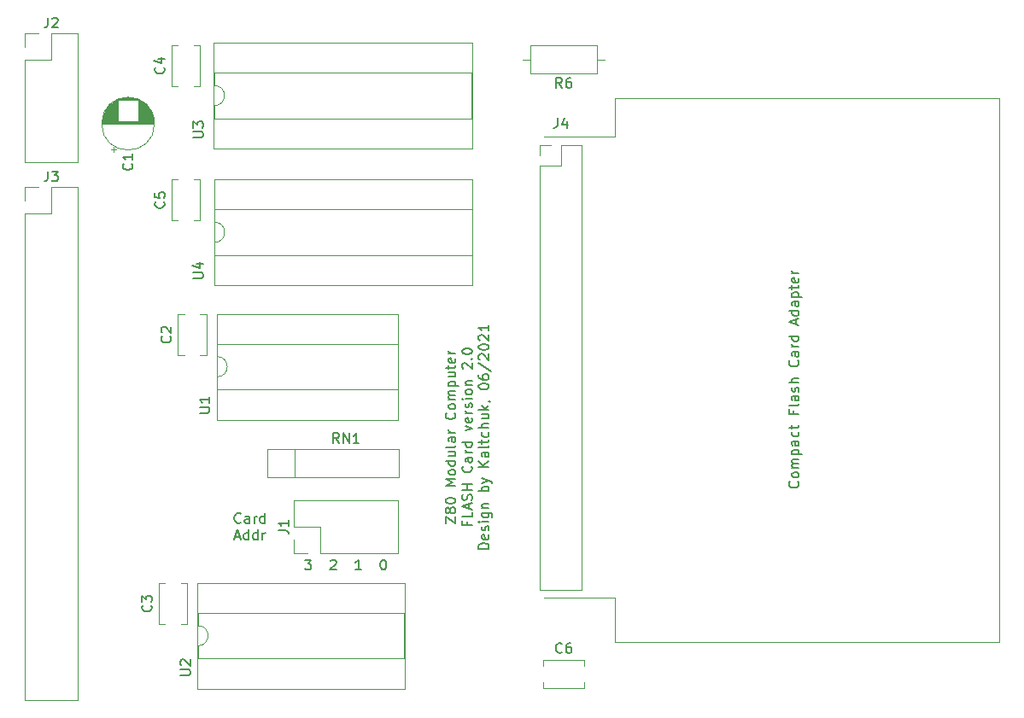
<source format=gbr>
G04 #@! TF.GenerationSoftware,KiCad,Pcbnew,(5.1.4)-1*
G04 #@! TF.CreationDate,2021-06-28T11:39:02+03:00*
G04 #@! TF.ProjectId,FLASHv2,464c4153-4876-4322-9e6b-696361645f70,rev?*
G04 #@! TF.SameCoordinates,Original*
G04 #@! TF.FileFunction,Legend,Top*
G04 #@! TF.FilePolarity,Positive*
%FSLAX46Y46*%
G04 Gerber Fmt 4.6, Leading zero omitted, Abs format (unit mm)*
G04 Created by KiCad (PCBNEW (5.1.4)-1) date 2021-06-28 11:39:02*
%MOMM*%
%LPD*%
G04 APERTURE LIST*
%ADD10C,0.150000*%
%ADD11C,0.120000*%
G04 APERTURE END LIST*
D10*
X146392380Y-115862619D02*
X146392380Y-115195952D01*
X147392380Y-115862619D01*
X147392380Y-115195952D01*
X146820952Y-114672142D02*
X146773333Y-114767380D01*
X146725714Y-114815000D01*
X146630476Y-114862619D01*
X146582857Y-114862619D01*
X146487619Y-114815000D01*
X146440000Y-114767380D01*
X146392380Y-114672142D01*
X146392380Y-114481666D01*
X146440000Y-114386428D01*
X146487619Y-114338809D01*
X146582857Y-114291190D01*
X146630476Y-114291190D01*
X146725714Y-114338809D01*
X146773333Y-114386428D01*
X146820952Y-114481666D01*
X146820952Y-114672142D01*
X146868571Y-114767380D01*
X146916190Y-114815000D01*
X147011428Y-114862619D01*
X147201904Y-114862619D01*
X147297142Y-114815000D01*
X147344761Y-114767380D01*
X147392380Y-114672142D01*
X147392380Y-114481666D01*
X147344761Y-114386428D01*
X147297142Y-114338809D01*
X147201904Y-114291190D01*
X147011428Y-114291190D01*
X146916190Y-114338809D01*
X146868571Y-114386428D01*
X146820952Y-114481666D01*
X146392380Y-113672142D02*
X146392380Y-113576904D01*
X146440000Y-113481666D01*
X146487619Y-113434047D01*
X146582857Y-113386428D01*
X146773333Y-113338809D01*
X147011428Y-113338809D01*
X147201904Y-113386428D01*
X147297142Y-113434047D01*
X147344761Y-113481666D01*
X147392380Y-113576904D01*
X147392380Y-113672142D01*
X147344761Y-113767380D01*
X147297142Y-113815000D01*
X147201904Y-113862619D01*
X147011428Y-113910238D01*
X146773333Y-113910238D01*
X146582857Y-113862619D01*
X146487619Y-113815000D01*
X146440000Y-113767380D01*
X146392380Y-113672142D01*
X147392380Y-112148333D02*
X146392380Y-112148333D01*
X147106666Y-111815000D01*
X146392380Y-111481666D01*
X147392380Y-111481666D01*
X147392380Y-110862619D02*
X147344761Y-110957857D01*
X147297142Y-111005476D01*
X147201904Y-111053095D01*
X146916190Y-111053095D01*
X146820952Y-111005476D01*
X146773333Y-110957857D01*
X146725714Y-110862619D01*
X146725714Y-110719761D01*
X146773333Y-110624523D01*
X146820952Y-110576904D01*
X146916190Y-110529285D01*
X147201904Y-110529285D01*
X147297142Y-110576904D01*
X147344761Y-110624523D01*
X147392380Y-110719761D01*
X147392380Y-110862619D01*
X147392380Y-109672142D02*
X146392380Y-109672142D01*
X147344761Y-109672142D02*
X147392380Y-109767380D01*
X147392380Y-109957857D01*
X147344761Y-110053095D01*
X147297142Y-110100714D01*
X147201904Y-110148333D01*
X146916190Y-110148333D01*
X146820952Y-110100714D01*
X146773333Y-110053095D01*
X146725714Y-109957857D01*
X146725714Y-109767380D01*
X146773333Y-109672142D01*
X146725714Y-108767380D02*
X147392380Y-108767380D01*
X146725714Y-109195952D02*
X147249523Y-109195952D01*
X147344761Y-109148333D01*
X147392380Y-109053095D01*
X147392380Y-108910238D01*
X147344761Y-108815000D01*
X147297142Y-108767380D01*
X147392380Y-108148333D02*
X147344761Y-108243571D01*
X147249523Y-108291190D01*
X146392380Y-108291190D01*
X147392380Y-107338809D02*
X146868571Y-107338809D01*
X146773333Y-107386428D01*
X146725714Y-107481666D01*
X146725714Y-107672142D01*
X146773333Y-107767380D01*
X147344761Y-107338809D02*
X147392380Y-107434047D01*
X147392380Y-107672142D01*
X147344761Y-107767380D01*
X147249523Y-107815000D01*
X147154285Y-107815000D01*
X147059047Y-107767380D01*
X147011428Y-107672142D01*
X147011428Y-107434047D01*
X146963809Y-107338809D01*
X147392380Y-106862619D02*
X146725714Y-106862619D01*
X146916190Y-106862619D02*
X146820952Y-106815000D01*
X146773333Y-106767380D01*
X146725714Y-106672142D01*
X146725714Y-106576904D01*
X147297142Y-104910238D02*
X147344761Y-104957857D01*
X147392380Y-105100714D01*
X147392380Y-105195952D01*
X147344761Y-105338809D01*
X147249523Y-105434047D01*
X147154285Y-105481666D01*
X146963809Y-105529285D01*
X146820952Y-105529285D01*
X146630476Y-105481666D01*
X146535238Y-105434047D01*
X146440000Y-105338809D01*
X146392380Y-105195952D01*
X146392380Y-105100714D01*
X146440000Y-104957857D01*
X146487619Y-104910238D01*
X147392380Y-104338809D02*
X147344761Y-104434047D01*
X147297142Y-104481666D01*
X147201904Y-104529285D01*
X146916190Y-104529285D01*
X146820952Y-104481666D01*
X146773333Y-104434047D01*
X146725714Y-104338809D01*
X146725714Y-104195952D01*
X146773333Y-104100714D01*
X146820952Y-104053095D01*
X146916190Y-104005476D01*
X147201904Y-104005476D01*
X147297142Y-104053095D01*
X147344761Y-104100714D01*
X147392380Y-104195952D01*
X147392380Y-104338809D01*
X147392380Y-103576904D02*
X146725714Y-103576904D01*
X146820952Y-103576904D02*
X146773333Y-103529285D01*
X146725714Y-103434047D01*
X146725714Y-103291190D01*
X146773333Y-103195952D01*
X146868571Y-103148333D01*
X147392380Y-103148333D01*
X146868571Y-103148333D02*
X146773333Y-103100714D01*
X146725714Y-103005476D01*
X146725714Y-102862619D01*
X146773333Y-102767380D01*
X146868571Y-102719761D01*
X147392380Y-102719761D01*
X146725714Y-102243571D02*
X147725714Y-102243571D01*
X146773333Y-102243571D02*
X146725714Y-102148333D01*
X146725714Y-101957857D01*
X146773333Y-101862619D01*
X146820952Y-101815000D01*
X146916190Y-101767380D01*
X147201904Y-101767380D01*
X147297142Y-101815000D01*
X147344761Y-101862619D01*
X147392380Y-101957857D01*
X147392380Y-102148333D01*
X147344761Y-102243571D01*
X146725714Y-100910238D02*
X147392380Y-100910238D01*
X146725714Y-101338809D02*
X147249523Y-101338809D01*
X147344761Y-101291190D01*
X147392380Y-101195952D01*
X147392380Y-101053095D01*
X147344761Y-100957857D01*
X147297142Y-100910238D01*
X146725714Y-100576904D02*
X146725714Y-100195952D01*
X146392380Y-100434047D02*
X147249523Y-100434047D01*
X147344761Y-100386428D01*
X147392380Y-100291190D01*
X147392380Y-100195952D01*
X147344761Y-99481666D02*
X147392380Y-99576904D01*
X147392380Y-99767380D01*
X147344761Y-99862619D01*
X147249523Y-99910238D01*
X146868571Y-99910238D01*
X146773333Y-99862619D01*
X146725714Y-99767380D01*
X146725714Y-99576904D01*
X146773333Y-99481666D01*
X146868571Y-99434047D01*
X146963809Y-99434047D01*
X147059047Y-99910238D01*
X147392380Y-99005476D02*
X146725714Y-99005476D01*
X146916190Y-99005476D02*
X146820952Y-98957857D01*
X146773333Y-98910238D01*
X146725714Y-98815000D01*
X146725714Y-98719761D01*
X148518571Y-115719761D02*
X148518571Y-116053095D01*
X149042380Y-116053095D02*
X148042380Y-116053095D01*
X148042380Y-115576904D01*
X149042380Y-114719761D02*
X149042380Y-115195952D01*
X148042380Y-115195952D01*
X148756666Y-114434047D02*
X148756666Y-113957857D01*
X149042380Y-114529285D02*
X148042380Y-114195952D01*
X149042380Y-113862619D01*
X148994761Y-113576904D02*
X149042380Y-113434047D01*
X149042380Y-113195952D01*
X148994761Y-113100714D01*
X148947142Y-113053095D01*
X148851904Y-113005476D01*
X148756666Y-113005476D01*
X148661428Y-113053095D01*
X148613809Y-113100714D01*
X148566190Y-113195952D01*
X148518571Y-113386428D01*
X148470952Y-113481666D01*
X148423333Y-113529285D01*
X148328095Y-113576904D01*
X148232857Y-113576904D01*
X148137619Y-113529285D01*
X148090000Y-113481666D01*
X148042380Y-113386428D01*
X148042380Y-113148333D01*
X148090000Y-113005476D01*
X149042380Y-112576904D02*
X148042380Y-112576904D01*
X148518571Y-112576904D02*
X148518571Y-112005476D01*
X149042380Y-112005476D02*
X148042380Y-112005476D01*
X148947142Y-110195952D02*
X148994761Y-110243571D01*
X149042380Y-110386428D01*
X149042380Y-110481666D01*
X148994761Y-110624523D01*
X148899523Y-110719761D01*
X148804285Y-110767380D01*
X148613809Y-110815000D01*
X148470952Y-110815000D01*
X148280476Y-110767380D01*
X148185238Y-110719761D01*
X148090000Y-110624523D01*
X148042380Y-110481666D01*
X148042380Y-110386428D01*
X148090000Y-110243571D01*
X148137619Y-110195952D01*
X149042380Y-109338809D02*
X148518571Y-109338809D01*
X148423333Y-109386428D01*
X148375714Y-109481666D01*
X148375714Y-109672142D01*
X148423333Y-109767380D01*
X148994761Y-109338809D02*
X149042380Y-109434047D01*
X149042380Y-109672142D01*
X148994761Y-109767380D01*
X148899523Y-109815000D01*
X148804285Y-109815000D01*
X148709047Y-109767380D01*
X148661428Y-109672142D01*
X148661428Y-109434047D01*
X148613809Y-109338809D01*
X149042380Y-108862619D02*
X148375714Y-108862619D01*
X148566190Y-108862619D02*
X148470952Y-108815000D01*
X148423333Y-108767380D01*
X148375714Y-108672142D01*
X148375714Y-108576904D01*
X149042380Y-107815000D02*
X148042380Y-107815000D01*
X148994761Y-107815000D02*
X149042380Y-107910238D01*
X149042380Y-108100714D01*
X148994761Y-108195952D01*
X148947142Y-108243571D01*
X148851904Y-108291190D01*
X148566190Y-108291190D01*
X148470952Y-108243571D01*
X148423333Y-108195952D01*
X148375714Y-108100714D01*
X148375714Y-107910238D01*
X148423333Y-107815000D01*
X148375714Y-106672142D02*
X149042380Y-106434047D01*
X148375714Y-106195952D01*
X148994761Y-105434047D02*
X149042380Y-105529285D01*
X149042380Y-105719761D01*
X148994761Y-105815000D01*
X148899523Y-105862619D01*
X148518571Y-105862619D01*
X148423333Y-105815000D01*
X148375714Y-105719761D01*
X148375714Y-105529285D01*
X148423333Y-105434047D01*
X148518571Y-105386428D01*
X148613809Y-105386428D01*
X148709047Y-105862619D01*
X149042380Y-104957857D02*
X148375714Y-104957857D01*
X148566190Y-104957857D02*
X148470952Y-104910238D01*
X148423333Y-104862619D01*
X148375714Y-104767380D01*
X148375714Y-104672142D01*
X148994761Y-104386428D02*
X149042380Y-104291190D01*
X149042380Y-104100714D01*
X148994761Y-104005476D01*
X148899523Y-103957857D01*
X148851904Y-103957857D01*
X148756666Y-104005476D01*
X148709047Y-104100714D01*
X148709047Y-104243571D01*
X148661428Y-104338809D01*
X148566190Y-104386428D01*
X148518571Y-104386428D01*
X148423333Y-104338809D01*
X148375714Y-104243571D01*
X148375714Y-104100714D01*
X148423333Y-104005476D01*
X149042380Y-103529285D02*
X148375714Y-103529285D01*
X148042380Y-103529285D02*
X148090000Y-103576904D01*
X148137619Y-103529285D01*
X148090000Y-103481666D01*
X148042380Y-103529285D01*
X148137619Y-103529285D01*
X149042380Y-102910238D02*
X148994761Y-103005476D01*
X148947142Y-103053095D01*
X148851904Y-103100714D01*
X148566190Y-103100714D01*
X148470952Y-103053095D01*
X148423333Y-103005476D01*
X148375714Y-102910238D01*
X148375714Y-102767380D01*
X148423333Y-102672142D01*
X148470952Y-102624523D01*
X148566190Y-102576904D01*
X148851904Y-102576904D01*
X148947142Y-102624523D01*
X148994761Y-102672142D01*
X149042380Y-102767380D01*
X149042380Y-102910238D01*
X148375714Y-102148333D02*
X149042380Y-102148333D01*
X148470952Y-102148333D02*
X148423333Y-102100714D01*
X148375714Y-102005476D01*
X148375714Y-101862619D01*
X148423333Y-101767380D01*
X148518571Y-101719761D01*
X149042380Y-101719761D01*
X148137619Y-100529285D02*
X148090000Y-100481666D01*
X148042380Y-100386428D01*
X148042380Y-100148333D01*
X148090000Y-100053095D01*
X148137619Y-100005476D01*
X148232857Y-99957857D01*
X148328095Y-99957857D01*
X148470952Y-100005476D01*
X149042380Y-100576904D01*
X149042380Y-99957857D01*
X148947142Y-99529285D02*
X148994761Y-99481666D01*
X149042380Y-99529285D01*
X148994761Y-99576904D01*
X148947142Y-99529285D01*
X149042380Y-99529285D01*
X148042380Y-98862619D02*
X148042380Y-98767380D01*
X148090000Y-98672142D01*
X148137619Y-98624523D01*
X148232857Y-98576904D01*
X148423333Y-98529285D01*
X148661428Y-98529285D01*
X148851904Y-98576904D01*
X148947142Y-98624523D01*
X148994761Y-98672142D01*
X149042380Y-98767380D01*
X149042380Y-98862619D01*
X148994761Y-98957857D01*
X148947142Y-99005476D01*
X148851904Y-99053095D01*
X148661428Y-99100714D01*
X148423333Y-99100714D01*
X148232857Y-99053095D01*
X148137619Y-99005476D01*
X148090000Y-98957857D01*
X148042380Y-98862619D01*
X150692380Y-118386428D02*
X149692380Y-118386428D01*
X149692380Y-118148333D01*
X149740000Y-118005476D01*
X149835238Y-117910238D01*
X149930476Y-117862619D01*
X150120952Y-117815000D01*
X150263809Y-117815000D01*
X150454285Y-117862619D01*
X150549523Y-117910238D01*
X150644761Y-118005476D01*
X150692380Y-118148333D01*
X150692380Y-118386428D01*
X150644761Y-117005476D02*
X150692380Y-117100714D01*
X150692380Y-117291190D01*
X150644761Y-117386428D01*
X150549523Y-117434047D01*
X150168571Y-117434047D01*
X150073333Y-117386428D01*
X150025714Y-117291190D01*
X150025714Y-117100714D01*
X150073333Y-117005476D01*
X150168571Y-116957857D01*
X150263809Y-116957857D01*
X150359047Y-117434047D01*
X150644761Y-116576904D02*
X150692380Y-116481666D01*
X150692380Y-116291190D01*
X150644761Y-116195952D01*
X150549523Y-116148333D01*
X150501904Y-116148333D01*
X150406666Y-116195952D01*
X150359047Y-116291190D01*
X150359047Y-116434047D01*
X150311428Y-116529285D01*
X150216190Y-116576904D01*
X150168571Y-116576904D01*
X150073333Y-116529285D01*
X150025714Y-116434047D01*
X150025714Y-116291190D01*
X150073333Y-116195952D01*
X150692380Y-115719761D02*
X150025714Y-115719761D01*
X149692380Y-115719761D02*
X149740000Y-115767380D01*
X149787619Y-115719761D01*
X149740000Y-115672142D01*
X149692380Y-115719761D01*
X149787619Y-115719761D01*
X150025714Y-114815000D02*
X150835238Y-114815000D01*
X150930476Y-114862619D01*
X150978095Y-114910238D01*
X151025714Y-115005476D01*
X151025714Y-115148333D01*
X150978095Y-115243571D01*
X150644761Y-114815000D02*
X150692380Y-114910238D01*
X150692380Y-115100714D01*
X150644761Y-115195952D01*
X150597142Y-115243571D01*
X150501904Y-115291190D01*
X150216190Y-115291190D01*
X150120952Y-115243571D01*
X150073333Y-115195952D01*
X150025714Y-115100714D01*
X150025714Y-114910238D01*
X150073333Y-114815000D01*
X150025714Y-114338809D02*
X150692380Y-114338809D01*
X150120952Y-114338809D02*
X150073333Y-114291190D01*
X150025714Y-114195952D01*
X150025714Y-114053095D01*
X150073333Y-113957857D01*
X150168571Y-113910238D01*
X150692380Y-113910238D01*
X150692380Y-112672142D02*
X149692380Y-112672142D01*
X150073333Y-112672142D02*
X150025714Y-112576904D01*
X150025714Y-112386428D01*
X150073333Y-112291190D01*
X150120952Y-112243571D01*
X150216190Y-112195952D01*
X150501904Y-112195952D01*
X150597142Y-112243571D01*
X150644761Y-112291190D01*
X150692380Y-112386428D01*
X150692380Y-112576904D01*
X150644761Y-112672142D01*
X150025714Y-111862619D02*
X150692380Y-111624523D01*
X150025714Y-111386428D02*
X150692380Y-111624523D01*
X150930476Y-111719761D01*
X150978095Y-111767380D01*
X151025714Y-111862619D01*
X150692380Y-110243571D02*
X149692380Y-110243571D01*
X150692380Y-109672142D02*
X150120952Y-110100714D01*
X149692380Y-109672142D02*
X150263809Y-110243571D01*
X150692380Y-108815000D02*
X150168571Y-108815000D01*
X150073333Y-108862619D01*
X150025714Y-108957857D01*
X150025714Y-109148333D01*
X150073333Y-109243571D01*
X150644761Y-108815000D02*
X150692380Y-108910238D01*
X150692380Y-109148333D01*
X150644761Y-109243571D01*
X150549523Y-109291190D01*
X150454285Y-109291190D01*
X150359047Y-109243571D01*
X150311428Y-109148333D01*
X150311428Y-108910238D01*
X150263809Y-108815000D01*
X150692380Y-108195952D02*
X150644761Y-108291190D01*
X150549523Y-108338809D01*
X149692380Y-108338809D01*
X150025714Y-107957857D02*
X150025714Y-107576904D01*
X149692380Y-107815000D02*
X150549523Y-107815000D01*
X150644761Y-107767380D01*
X150692380Y-107672142D01*
X150692380Y-107576904D01*
X150644761Y-106815000D02*
X150692380Y-106910238D01*
X150692380Y-107100714D01*
X150644761Y-107195952D01*
X150597142Y-107243571D01*
X150501904Y-107291190D01*
X150216190Y-107291190D01*
X150120952Y-107243571D01*
X150073333Y-107195952D01*
X150025714Y-107100714D01*
X150025714Y-106910238D01*
X150073333Y-106815000D01*
X150692380Y-106386428D02*
X149692380Y-106386428D01*
X150692380Y-105957857D02*
X150168571Y-105957857D01*
X150073333Y-106005476D01*
X150025714Y-106100714D01*
X150025714Y-106243571D01*
X150073333Y-106338809D01*
X150120952Y-106386428D01*
X150025714Y-105053095D02*
X150692380Y-105053095D01*
X150025714Y-105481666D02*
X150549523Y-105481666D01*
X150644761Y-105434047D01*
X150692380Y-105338809D01*
X150692380Y-105195952D01*
X150644761Y-105100714D01*
X150597142Y-105053095D01*
X150692380Y-104576904D02*
X149692380Y-104576904D01*
X150311428Y-104481666D02*
X150692380Y-104195952D01*
X150025714Y-104195952D02*
X150406666Y-104576904D01*
X150644761Y-103719761D02*
X150692380Y-103719761D01*
X150787619Y-103767380D01*
X150835238Y-103815000D01*
X149692380Y-102338809D02*
X149692380Y-102243571D01*
X149740000Y-102148333D01*
X149787619Y-102100714D01*
X149882857Y-102053095D01*
X150073333Y-102005476D01*
X150311428Y-102005476D01*
X150501904Y-102053095D01*
X150597142Y-102100714D01*
X150644761Y-102148333D01*
X150692380Y-102243571D01*
X150692380Y-102338809D01*
X150644761Y-102434047D01*
X150597142Y-102481666D01*
X150501904Y-102529285D01*
X150311428Y-102576904D01*
X150073333Y-102576904D01*
X149882857Y-102529285D01*
X149787619Y-102481666D01*
X149740000Y-102434047D01*
X149692380Y-102338809D01*
X149692380Y-101148333D02*
X149692380Y-101338809D01*
X149740000Y-101434047D01*
X149787619Y-101481666D01*
X149930476Y-101576904D01*
X150120952Y-101624523D01*
X150501904Y-101624523D01*
X150597142Y-101576904D01*
X150644761Y-101529285D01*
X150692380Y-101434047D01*
X150692380Y-101243571D01*
X150644761Y-101148333D01*
X150597142Y-101100714D01*
X150501904Y-101053095D01*
X150263809Y-101053095D01*
X150168571Y-101100714D01*
X150120952Y-101148333D01*
X150073333Y-101243571D01*
X150073333Y-101434047D01*
X150120952Y-101529285D01*
X150168571Y-101576904D01*
X150263809Y-101624523D01*
X149644761Y-99910238D02*
X150930476Y-100767380D01*
X149787619Y-99624523D02*
X149740000Y-99576904D01*
X149692380Y-99481666D01*
X149692380Y-99243571D01*
X149740000Y-99148333D01*
X149787619Y-99100714D01*
X149882857Y-99053095D01*
X149978095Y-99053095D01*
X150120952Y-99100714D01*
X150692380Y-99672142D01*
X150692380Y-99053095D01*
X149692380Y-98434047D02*
X149692380Y-98338809D01*
X149740000Y-98243571D01*
X149787619Y-98195952D01*
X149882857Y-98148333D01*
X150073333Y-98100714D01*
X150311428Y-98100714D01*
X150501904Y-98148333D01*
X150597142Y-98195952D01*
X150644761Y-98243571D01*
X150692380Y-98338809D01*
X150692380Y-98434047D01*
X150644761Y-98529285D01*
X150597142Y-98576904D01*
X150501904Y-98624523D01*
X150311428Y-98672142D01*
X150073333Y-98672142D01*
X149882857Y-98624523D01*
X149787619Y-98576904D01*
X149740000Y-98529285D01*
X149692380Y-98434047D01*
X149787619Y-97719761D02*
X149740000Y-97672142D01*
X149692380Y-97576904D01*
X149692380Y-97338809D01*
X149740000Y-97243571D01*
X149787619Y-97195952D01*
X149882857Y-97148333D01*
X149978095Y-97148333D01*
X150120952Y-97195952D01*
X150692380Y-97767380D01*
X150692380Y-97148333D01*
X150692380Y-96195952D02*
X150692380Y-96767380D01*
X150692380Y-96481666D02*
X149692380Y-96481666D01*
X149835238Y-96576904D01*
X149930476Y-96672142D01*
X149978095Y-96767380D01*
X132477380Y-119467380D02*
X133096428Y-119467380D01*
X132763095Y-119848333D01*
X132905952Y-119848333D01*
X133001190Y-119895952D01*
X133048809Y-119943571D01*
X133096428Y-120038809D01*
X133096428Y-120276904D01*
X133048809Y-120372142D01*
X133001190Y-120419761D01*
X132905952Y-120467380D01*
X132620238Y-120467380D01*
X132525000Y-120419761D01*
X132477380Y-120372142D01*
X135001190Y-119562619D02*
X135048809Y-119515000D01*
X135144047Y-119467380D01*
X135382142Y-119467380D01*
X135477380Y-119515000D01*
X135525000Y-119562619D01*
X135572619Y-119657857D01*
X135572619Y-119753095D01*
X135525000Y-119895952D01*
X134953571Y-120467380D01*
X135572619Y-120467380D01*
X138048809Y-120467380D02*
X137477380Y-120467380D01*
X137763095Y-120467380D02*
X137763095Y-119467380D01*
X137667857Y-119610238D01*
X137572619Y-119705476D01*
X137477380Y-119753095D01*
X140191666Y-119467380D02*
X140286904Y-119467380D01*
X140382142Y-119515000D01*
X140429761Y-119562619D01*
X140477380Y-119657857D01*
X140525000Y-119848333D01*
X140525000Y-120086428D01*
X140477380Y-120276904D01*
X140429761Y-120372142D01*
X140382142Y-120419761D01*
X140286904Y-120467380D01*
X140191666Y-120467380D01*
X140096428Y-120419761D01*
X140048809Y-120372142D01*
X140001190Y-120276904D01*
X139953571Y-120086428D01*
X139953571Y-119848333D01*
X140001190Y-119657857D01*
X140048809Y-119562619D01*
X140096428Y-119515000D01*
X140191666Y-119467380D01*
X126095238Y-115737142D02*
X126047619Y-115784761D01*
X125904761Y-115832380D01*
X125809523Y-115832380D01*
X125666666Y-115784761D01*
X125571428Y-115689523D01*
X125523809Y-115594285D01*
X125476190Y-115403809D01*
X125476190Y-115260952D01*
X125523809Y-115070476D01*
X125571428Y-114975238D01*
X125666666Y-114880000D01*
X125809523Y-114832380D01*
X125904761Y-114832380D01*
X126047619Y-114880000D01*
X126095238Y-114927619D01*
X126952380Y-115832380D02*
X126952380Y-115308571D01*
X126904761Y-115213333D01*
X126809523Y-115165714D01*
X126619047Y-115165714D01*
X126523809Y-115213333D01*
X126952380Y-115784761D02*
X126857142Y-115832380D01*
X126619047Y-115832380D01*
X126523809Y-115784761D01*
X126476190Y-115689523D01*
X126476190Y-115594285D01*
X126523809Y-115499047D01*
X126619047Y-115451428D01*
X126857142Y-115451428D01*
X126952380Y-115403809D01*
X127428571Y-115832380D02*
X127428571Y-115165714D01*
X127428571Y-115356190D02*
X127476190Y-115260952D01*
X127523809Y-115213333D01*
X127619047Y-115165714D01*
X127714285Y-115165714D01*
X128476190Y-115832380D02*
X128476190Y-114832380D01*
X128476190Y-115784761D02*
X128380952Y-115832380D01*
X128190476Y-115832380D01*
X128095238Y-115784761D01*
X128047619Y-115737142D01*
X128000000Y-115641904D01*
X128000000Y-115356190D01*
X128047619Y-115260952D01*
X128095238Y-115213333D01*
X128190476Y-115165714D01*
X128380952Y-115165714D01*
X128476190Y-115213333D01*
X125547619Y-117196666D02*
X126023809Y-117196666D01*
X125452380Y-117482380D02*
X125785714Y-116482380D01*
X126119047Y-117482380D01*
X126880952Y-117482380D02*
X126880952Y-116482380D01*
X126880952Y-117434761D02*
X126785714Y-117482380D01*
X126595238Y-117482380D01*
X126500000Y-117434761D01*
X126452380Y-117387142D01*
X126404761Y-117291904D01*
X126404761Y-117006190D01*
X126452380Y-116910952D01*
X126500000Y-116863333D01*
X126595238Y-116815714D01*
X126785714Y-116815714D01*
X126880952Y-116863333D01*
X127785714Y-117482380D02*
X127785714Y-116482380D01*
X127785714Y-117434761D02*
X127690476Y-117482380D01*
X127500000Y-117482380D01*
X127404761Y-117434761D01*
X127357142Y-117387142D01*
X127309523Y-117291904D01*
X127309523Y-117006190D01*
X127357142Y-116910952D01*
X127404761Y-116863333D01*
X127500000Y-116815714D01*
X127690476Y-116815714D01*
X127785714Y-116863333D01*
X128261904Y-117482380D02*
X128261904Y-116815714D01*
X128261904Y-117006190D02*
X128309523Y-116910952D01*
X128357142Y-116863333D01*
X128452380Y-116815714D01*
X128547619Y-116815714D01*
X181332142Y-111695238D02*
X181379761Y-111742857D01*
X181427380Y-111885714D01*
X181427380Y-111980952D01*
X181379761Y-112123809D01*
X181284523Y-112219047D01*
X181189285Y-112266666D01*
X180998809Y-112314285D01*
X180855952Y-112314285D01*
X180665476Y-112266666D01*
X180570238Y-112219047D01*
X180475000Y-112123809D01*
X180427380Y-111980952D01*
X180427380Y-111885714D01*
X180475000Y-111742857D01*
X180522619Y-111695238D01*
X181427380Y-111123809D02*
X181379761Y-111219047D01*
X181332142Y-111266666D01*
X181236904Y-111314285D01*
X180951190Y-111314285D01*
X180855952Y-111266666D01*
X180808333Y-111219047D01*
X180760714Y-111123809D01*
X180760714Y-110980952D01*
X180808333Y-110885714D01*
X180855952Y-110838095D01*
X180951190Y-110790476D01*
X181236904Y-110790476D01*
X181332142Y-110838095D01*
X181379761Y-110885714D01*
X181427380Y-110980952D01*
X181427380Y-111123809D01*
X181427380Y-110361904D02*
X180760714Y-110361904D01*
X180855952Y-110361904D02*
X180808333Y-110314285D01*
X180760714Y-110219047D01*
X180760714Y-110076190D01*
X180808333Y-109980952D01*
X180903571Y-109933333D01*
X181427380Y-109933333D01*
X180903571Y-109933333D02*
X180808333Y-109885714D01*
X180760714Y-109790476D01*
X180760714Y-109647619D01*
X180808333Y-109552380D01*
X180903571Y-109504761D01*
X181427380Y-109504761D01*
X180760714Y-109028571D02*
X181760714Y-109028571D01*
X180808333Y-109028571D02*
X180760714Y-108933333D01*
X180760714Y-108742857D01*
X180808333Y-108647619D01*
X180855952Y-108600000D01*
X180951190Y-108552380D01*
X181236904Y-108552380D01*
X181332142Y-108600000D01*
X181379761Y-108647619D01*
X181427380Y-108742857D01*
X181427380Y-108933333D01*
X181379761Y-109028571D01*
X181427380Y-107695238D02*
X180903571Y-107695238D01*
X180808333Y-107742857D01*
X180760714Y-107838095D01*
X180760714Y-108028571D01*
X180808333Y-108123809D01*
X181379761Y-107695238D02*
X181427380Y-107790476D01*
X181427380Y-108028571D01*
X181379761Y-108123809D01*
X181284523Y-108171428D01*
X181189285Y-108171428D01*
X181094047Y-108123809D01*
X181046428Y-108028571D01*
X181046428Y-107790476D01*
X180998809Y-107695238D01*
X181379761Y-106790476D02*
X181427380Y-106885714D01*
X181427380Y-107076190D01*
X181379761Y-107171428D01*
X181332142Y-107219047D01*
X181236904Y-107266666D01*
X180951190Y-107266666D01*
X180855952Y-107219047D01*
X180808333Y-107171428D01*
X180760714Y-107076190D01*
X180760714Y-106885714D01*
X180808333Y-106790476D01*
X180760714Y-106504761D02*
X180760714Y-106123809D01*
X180427380Y-106361904D02*
X181284523Y-106361904D01*
X181379761Y-106314285D01*
X181427380Y-106219047D01*
X181427380Y-106123809D01*
X180903571Y-104695238D02*
X180903571Y-105028571D01*
X181427380Y-105028571D02*
X180427380Y-105028571D01*
X180427380Y-104552380D01*
X181427380Y-104028571D02*
X181379761Y-104123809D01*
X181284523Y-104171428D01*
X180427380Y-104171428D01*
X181427380Y-103219047D02*
X180903571Y-103219047D01*
X180808333Y-103266666D01*
X180760714Y-103361904D01*
X180760714Y-103552380D01*
X180808333Y-103647619D01*
X181379761Y-103219047D02*
X181427380Y-103314285D01*
X181427380Y-103552380D01*
X181379761Y-103647619D01*
X181284523Y-103695238D01*
X181189285Y-103695238D01*
X181094047Y-103647619D01*
X181046428Y-103552380D01*
X181046428Y-103314285D01*
X180998809Y-103219047D01*
X181379761Y-102790476D02*
X181427380Y-102695238D01*
X181427380Y-102504761D01*
X181379761Y-102409523D01*
X181284523Y-102361904D01*
X181236904Y-102361904D01*
X181141666Y-102409523D01*
X181094047Y-102504761D01*
X181094047Y-102647619D01*
X181046428Y-102742857D01*
X180951190Y-102790476D01*
X180903571Y-102790476D01*
X180808333Y-102742857D01*
X180760714Y-102647619D01*
X180760714Y-102504761D01*
X180808333Y-102409523D01*
X181427380Y-101933333D02*
X180427380Y-101933333D01*
X181427380Y-101504761D02*
X180903571Y-101504761D01*
X180808333Y-101552380D01*
X180760714Y-101647619D01*
X180760714Y-101790476D01*
X180808333Y-101885714D01*
X180855952Y-101933333D01*
X181332142Y-99695238D02*
X181379761Y-99742857D01*
X181427380Y-99885714D01*
X181427380Y-99980952D01*
X181379761Y-100123809D01*
X181284523Y-100219047D01*
X181189285Y-100266666D01*
X180998809Y-100314285D01*
X180855952Y-100314285D01*
X180665476Y-100266666D01*
X180570238Y-100219047D01*
X180475000Y-100123809D01*
X180427380Y-99980952D01*
X180427380Y-99885714D01*
X180475000Y-99742857D01*
X180522619Y-99695238D01*
X181427380Y-98838095D02*
X180903571Y-98838095D01*
X180808333Y-98885714D01*
X180760714Y-98980952D01*
X180760714Y-99171428D01*
X180808333Y-99266666D01*
X181379761Y-98838095D02*
X181427380Y-98933333D01*
X181427380Y-99171428D01*
X181379761Y-99266666D01*
X181284523Y-99314285D01*
X181189285Y-99314285D01*
X181094047Y-99266666D01*
X181046428Y-99171428D01*
X181046428Y-98933333D01*
X180998809Y-98838095D01*
X181427380Y-98361904D02*
X180760714Y-98361904D01*
X180951190Y-98361904D02*
X180855952Y-98314285D01*
X180808333Y-98266666D01*
X180760714Y-98171428D01*
X180760714Y-98076190D01*
X181427380Y-97314285D02*
X180427380Y-97314285D01*
X181379761Y-97314285D02*
X181427380Y-97409523D01*
X181427380Y-97600000D01*
X181379761Y-97695238D01*
X181332142Y-97742857D01*
X181236904Y-97790476D01*
X180951190Y-97790476D01*
X180855952Y-97742857D01*
X180808333Y-97695238D01*
X180760714Y-97600000D01*
X180760714Y-97409523D01*
X180808333Y-97314285D01*
X181141666Y-96123809D02*
X181141666Y-95647619D01*
X181427380Y-96219047D02*
X180427380Y-95885714D01*
X181427380Y-95552380D01*
X181427380Y-94790476D02*
X180427380Y-94790476D01*
X181379761Y-94790476D02*
X181427380Y-94885714D01*
X181427380Y-95076190D01*
X181379761Y-95171428D01*
X181332142Y-95219047D01*
X181236904Y-95266666D01*
X180951190Y-95266666D01*
X180855952Y-95219047D01*
X180808333Y-95171428D01*
X180760714Y-95076190D01*
X180760714Y-94885714D01*
X180808333Y-94790476D01*
X181427380Y-93885714D02*
X180903571Y-93885714D01*
X180808333Y-93933333D01*
X180760714Y-94028571D01*
X180760714Y-94219047D01*
X180808333Y-94314285D01*
X181379761Y-93885714D02*
X181427380Y-93980952D01*
X181427380Y-94219047D01*
X181379761Y-94314285D01*
X181284523Y-94361904D01*
X181189285Y-94361904D01*
X181094047Y-94314285D01*
X181046428Y-94219047D01*
X181046428Y-93980952D01*
X180998809Y-93885714D01*
X180760714Y-93409523D02*
X181760714Y-93409523D01*
X180808333Y-93409523D02*
X180760714Y-93314285D01*
X180760714Y-93123809D01*
X180808333Y-93028571D01*
X180855952Y-92980952D01*
X180951190Y-92933333D01*
X181236904Y-92933333D01*
X181332142Y-92980952D01*
X181379761Y-93028571D01*
X181427380Y-93123809D01*
X181427380Y-93314285D01*
X181379761Y-93409523D01*
X180760714Y-92647619D02*
X180760714Y-92266666D01*
X180427380Y-92504761D02*
X181284523Y-92504761D01*
X181379761Y-92457142D01*
X181427380Y-92361904D01*
X181427380Y-92266666D01*
X181379761Y-91552380D02*
X181427380Y-91647619D01*
X181427380Y-91838095D01*
X181379761Y-91933333D01*
X181284523Y-91980952D01*
X180903571Y-91980952D01*
X180808333Y-91933333D01*
X180760714Y-91838095D01*
X180760714Y-91647619D01*
X180808333Y-91552380D01*
X180903571Y-91504761D01*
X180998809Y-91504761D01*
X181094047Y-91980952D01*
X181427380Y-91076190D02*
X180760714Y-91076190D01*
X180951190Y-91076190D02*
X180855952Y-91028571D01*
X180808333Y-90980952D01*
X180760714Y-90885714D01*
X180760714Y-90790476D01*
D11*
X163195000Y-127635000D02*
X163195000Y-123190000D01*
X156210000Y-123190000D02*
X163195000Y-123190000D01*
X156210000Y-77470000D02*
X163195000Y-77470000D01*
X163195000Y-77470000D02*
X163195000Y-73660000D01*
X201295000Y-127635000D02*
X163195000Y-127635000D01*
X201295000Y-73660000D02*
X201295000Y-127635000D01*
X163195000Y-73660000D02*
X201295000Y-73660000D01*
X104715000Y-80070000D02*
X109915000Y-80070000D01*
X104715000Y-69850000D02*
X104715000Y-80070000D01*
X109915000Y-67250000D02*
X109915000Y-80070000D01*
X104715000Y-69850000D02*
X107315000Y-69850000D01*
X107315000Y-69850000D02*
X107315000Y-67250000D01*
X107315000Y-67250000D02*
X109915000Y-67250000D01*
X104715000Y-68580000D02*
X104715000Y-67250000D01*
X104715000Y-67250000D02*
X106045000Y-67250000D01*
X117555000Y-76220000D02*
G75*
G03X117555000Y-76220000I-2620000J0D01*
G01*
X112355000Y-76220000D02*
X117515000Y-76220000D01*
X112355000Y-76180000D02*
X117515000Y-76180000D01*
X112356000Y-76140000D02*
X117514000Y-76140000D01*
X112357000Y-76100000D02*
X117513000Y-76100000D01*
X112359000Y-76060000D02*
X117511000Y-76060000D01*
X112362000Y-76020000D02*
X117508000Y-76020000D01*
X112366000Y-75980000D02*
X113895000Y-75980000D01*
X115975000Y-75980000D02*
X117504000Y-75980000D01*
X112370000Y-75940000D02*
X113895000Y-75940000D01*
X115975000Y-75940000D02*
X117500000Y-75940000D01*
X112374000Y-75900000D02*
X113895000Y-75900000D01*
X115975000Y-75900000D02*
X117496000Y-75900000D01*
X112379000Y-75860000D02*
X113895000Y-75860000D01*
X115975000Y-75860000D02*
X117491000Y-75860000D01*
X112385000Y-75820000D02*
X113895000Y-75820000D01*
X115975000Y-75820000D02*
X117485000Y-75820000D01*
X112392000Y-75780000D02*
X113895000Y-75780000D01*
X115975000Y-75780000D02*
X117478000Y-75780000D01*
X112399000Y-75740000D02*
X113895000Y-75740000D01*
X115975000Y-75740000D02*
X117471000Y-75740000D01*
X112407000Y-75700000D02*
X113895000Y-75700000D01*
X115975000Y-75700000D02*
X117463000Y-75700000D01*
X112415000Y-75660000D02*
X113895000Y-75660000D01*
X115975000Y-75660000D02*
X117455000Y-75660000D01*
X112424000Y-75620000D02*
X113895000Y-75620000D01*
X115975000Y-75620000D02*
X117446000Y-75620000D01*
X112434000Y-75580000D02*
X113895000Y-75580000D01*
X115975000Y-75580000D02*
X117436000Y-75580000D01*
X112444000Y-75540000D02*
X113895000Y-75540000D01*
X115975000Y-75540000D02*
X117426000Y-75540000D01*
X112455000Y-75499000D02*
X113895000Y-75499000D01*
X115975000Y-75499000D02*
X117415000Y-75499000D01*
X112467000Y-75459000D02*
X113895000Y-75459000D01*
X115975000Y-75459000D02*
X117403000Y-75459000D01*
X112480000Y-75419000D02*
X113895000Y-75419000D01*
X115975000Y-75419000D02*
X117390000Y-75419000D01*
X112493000Y-75379000D02*
X113895000Y-75379000D01*
X115975000Y-75379000D02*
X117377000Y-75379000D01*
X112507000Y-75339000D02*
X113895000Y-75339000D01*
X115975000Y-75339000D02*
X117363000Y-75339000D01*
X112521000Y-75299000D02*
X113895000Y-75299000D01*
X115975000Y-75299000D02*
X117349000Y-75299000D01*
X112537000Y-75259000D02*
X113895000Y-75259000D01*
X115975000Y-75259000D02*
X117333000Y-75259000D01*
X112553000Y-75219000D02*
X113895000Y-75219000D01*
X115975000Y-75219000D02*
X117317000Y-75219000D01*
X112570000Y-75179000D02*
X113895000Y-75179000D01*
X115975000Y-75179000D02*
X117300000Y-75179000D01*
X112587000Y-75139000D02*
X113895000Y-75139000D01*
X115975000Y-75139000D02*
X117283000Y-75139000D01*
X112606000Y-75099000D02*
X113895000Y-75099000D01*
X115975000Y-75099000D02*
X117264000Y-75099000D01*
X112625000Y-75059000D02*
X113895000Y-75059000D01*
X115975000Y-75059000D02*
X117245000Y-75059000D01*
X112645000Y-75019000D02*
X113895000Y-75019000D01*
X115975000Y-75019000D02*
X117225000Y-75019000D01*
X112667000Y-74979000D02*
X113895000Y-74979000D01*
X115975000Y-74979000D02*
X117203000Y-74979000D01*
X112688000Y-74939000D02*
X113895000Y-74939000D01*
X115975000Y-74939000D02*
X117182000Y-74939000D01*
X112711000Y-74899000D02*
X113895000Y-74899000D01*
X115975000Y-74899000D02*
X117159000Y-74899000D01*
X112735000Y-74859000D02*
X113895000Y-74859000D01*
X115975000Y-74859000D02*
X117135000Y-74859000D01*
X112760000Y-74819000D02*
X113895000Y-74819000D01*
X115975000Y-74819000D02*
X117110000Y-74819000D01*
X112786000Y-74779000D02*
X113895000Y-74779000D01*
X115975000Y-74779000D02*
X117084000Y-74779000D01*
X112813000Y-74739000D02*
X113895000Y-74739000D01*
X115975000Y-74739000D02*
X117057000Y-74739000D01*
X112840000Y-74699000D02*
X113895000Y-74699000D01*
X115975000Y-74699000D02*
X117030000Y-74699000D01*
X112870000Y-74659000D02*
X113895000Y-74659000D01*
X115975000Y-74659000D02*
X117000000Y-74659000D01*
X112900000Y-74619000D02*
X113895000Y-74619000D01*
X115975000Y-74619000D02*
X116970000Y-74619000D01*
X112931000Y-74579000D02*
X113895000Y-74579000D01*
X115975000Y-74579000D02*
X116939000Y-74579000D01*
X112964000Y-74539000D02*
X113895000Y-74539000D01*
X115975000Y-74539000D02*
X116906000Y-74539000D01*
X112998000Y-74499000D02*
X113895000Y-74499000D01*
X115975000Y-74499000D02*
X116872000Y-74499000D01*
X113034000Y-74459000D02*
X113895000Y-74459000D01*
X115975000Y-74459000D02*
X116836000Y-74459000D01*
X113071000Y-74419000D02*
X113895000Y-74419000D01*
X115975000Y-74419000D02*
X116799000Y-74419000D01*
X113109000Y-74379000D02*
X113895000Y-74379000D01*
X115975000Y-74379000D02*
X116761000Y-74379000D01*
X113150000Y-74339000D02*
X113895000Y-74339000D01*
X115975000Y-74339000D02*
X116720000Y-74339000D01*
X113192000Y-74299000D02*
X113895000Y-74299000D01*
X115975000Y-74299000D02*
X116678000Y-74299000D01*
X113236000Y-74259000D02*
X113895000Y-74259000D01*
X115975000Y-74259000D02*
X116634000Y-74259000D01*
X113282000Y-74219000D02*
X113895000Y-74219000D01*
X115975000Y-74219000D02*
X116588000Y-74219000D01*
X113330000Y-74179000D02*
X113895000Y-74179000D01*
X115975000Y-74179000D02*
X116540000Y-74179000D01*
X113381000Y-74139000D02*
X113895000Y-74139000D01*
X115975000Y-74139000D02*
X116489000Y-74139000D01*
X113435000Y-74099000D02*
X113895000Y-74099000D01*
X115975000Y-74099000D02*
X116435000Y-74099000D01*
X113492000Y-74059000D02*
X113895000Y-74059000D01*
X115975000Y-74059000D02*
X116378000Y-74059000D01*
X113552000Y-74019000D02*
X113895000Y-74019000D01*
X115975000Y-74019000D02*
X116318000Y-74019000D01*
X113616000Y-73979000D02*
X113895000Y-73979000D01*
X115975000Y-73979000D02*
X116254000Y-73979000D01*
X113684000Y-73939000D02*
X113895000Y-73939000D01*
X115975000Y-73939000D02*
X116186000Y-73939000D01*
X113757000Y-73899000D02*
X116113000Y-73899000D01*
X113837000Y-73859000D02*
X116033000Y-73859000D01*
X113924000Y-73819000D02*
X115946000Y-73819000D01*
X114020000Y-73779000D02*
X115850000Y-73779000D01*
X114130000Y-73739000D02*
X115740000Y-73739000D01*
X114258000Y-73699000D02*
X115612000Y-73699000D01*
X114417000Y-73659000D02*
X115453000Y-73659000D01*
X114651000Y-73619000D02*
X115219000Y-73619000D01*
X113460000Y-79024775D02*
X113460000Y-78524775D01*
X113210000Y-78774775D02*
X113710000Y-78774775D01*
X122705000Y-95115000D02*
X122705000Y-99155000D01*
X119865000Y-95115000D02*
X119865000Y-99155000D01*
X122705000Y-95115000D02*
X122080000Y-95115000D01*
X120490000Y-95115000D02*
X119865000Y-95115000D01*
X122705000Y-99155000D02*
X122080000Y-99155000D01*
X120490000Y-99155000D02*
X119865000Y-99155000D01*
X120800000Y-121785000D02*
X120800000Y-125825000D01*
X117960000Y-121785000D02*
X117960000Y-125825000D01*
X120800000Y-121785000D02*
X120175000Y-121785000D01*
X118585000Y-121785000D02*
X117960000Y-121785000D01*
X120800000Y-125825000D02*
X120175000Y-125825000D01*
X118585000Y-125825000D02*
X117960000Y-125825000D01*
X119855000Y-72485000D02*
X119230000Y-72485000D01*
X122070000Y-72485000D02*
X121445000Y-72485000D01*
X119855000Y-68445000D02*
X119230000Y-68445000D01*
X122070000Y-68445000D02*
X121445000Y-68445000D01*
X119230000Y-68445000D02*
X119230000Y-72485000D01*
X122070000Y-68445000D02*
X122070000Y-72485000D01*
X122070000Y-81780000D02*
X122070000Y-85820000D01*
X119230000Y-81780000D02*
X119230000Y-85820000D01*
X122070000Y-81780000D02*
X121445000Y-81780000D01*
X119855000Y-81780000D02*
X119230000Y-81780000D01*
X122070000Y-85820000D02*
X121445000Y-85820000D01*
X119855000Y-85820000D02*
X119230000Y-85820000D01*
X160115000Y-131605000D02*
X160115000Y-132230000D01*
X160115000Y-129390000D02*
X160115000Y-130015000D01*
X156075000Y-131605000D02*
X156075000Y-132230000D01*
X156075000Y-129390000D02*
X156075000Y-130015000D01*
X156075000Y-132230000D02*
X160115000Y-132230000D01*
X156075000Y-129390000D02*
X160115000Y-129390000D01*
X141665000Y-118805000D02*
X141665000Y-113605000D01*
X133985000Y-118805000D02*
X141665000Y-118805000D01*
X131385000Y-113605000D02*
X141665000Y-113605000D01*
X133985000Y-118805000D02*
X133985000Y-116205000D01*
X133985000Y-116205000D02*
X131385000Y-116205000D01*
X131385000Y-116205000D02*
X131385000Y-113605000D01*
X132715000Y-118805000D02*
X131385000Y-118805000D01*
X131385000Y-118805000D02*
X131385000Y-117475000D01*
X104715000Y-133410000D02*
X109915000Y-133410000D01*
X104715000Y-85090000D02*
X104715000Y-133410000D01*
X109915000Y-82490000D02*
X109915000Y-133410000D01*
X104715000Y-85090000D02*
X107315000Y-85090000D01*
X107315000Y-85090000D02*
X107315000Y-82490000D01*
X107315000Y-82490000D02*
X109915000Y-82490000D01*
X104715000Y-83820000D02*
X104715000Y-82490000D01*
X104715000Y-82490000D02*
X106045000Y-82490000D01*
X155785000Y-122435000D02*
X159905000Y-122435000D01*
X155785000Y-80375000D02*
X155785000Y-122435000D01*
X159905000Y-78315000D02*
X159905000Y-122435000D01*
X155785000Y-80375000D02*
X157845000Y-80375000D01*
X157845000Y-80375000D02*
X157845000Y-78315000D01*
X157845000Y-78315000D02*
X159905000Y-78315000D01*
X155785000Y-79375000D02*
X155785000Y-78315000D01*
X155785000Y-78315000D02*
X156845000Y-78315000D01*
X161385000Y-71220000D02*
X161385000Y-68480000D01*
X161385000Y-68480000D02*
X154845000Y-68480000D01*
X154845000Y-68480000D02*
X154845000Y-71220000D01*
X154845000Y-71220000D02*
X161385000Y-71220000D01*
X162155000Y-69850000D02*
X161385000Y-69850000D01*
X154075000Y-69850000D02*
X154845000Y-69850000D01*
X128735000Y-108455000D02*
X128735000Y-111255000D01*
X128735000Y-111255000D02*
X141775000Y-111255000D01*
X141775000Y-111255000D02*
X141775000Y-108455000D01*
X141775000Y-108455000D02*
X128735000Y-108455000D01*
X131445000Y-108455000D02*
X131445000Y-111255000D01*
X123765000Y-99330000D02*
G75*
G02X123765000Y-101330000I0J-1000000D01*
G01*
X123765000Y-101330000D02*
X123765000Y-102580000D01*
X123765000Y-102580000D02*
X141665000Y-102580000D01*
X141665000Y-102580000D02*
X141665000Y-98080000D01*
X141665000Y-98080000D02*
X123765000Y-98080000D01*
X123765000Y-98080000D02*
X123765000Y-99330000D01*
X123705000Y-105580000D02*
X141725000Y-105580000D01*
X141725000Y-105580000D02*
X141725000Y-95080000D01*
X141725000Y-95080000D02*
X123705000Y-95080000D01*
X123705000Y-95080000D02*
X123705000Y-105580000D01*
X121860000Y-126000000D02*
G75*
G02X121860000Y-128000000I0J-1000000D01*
G01*
X121860000Y-128000000D02*
X121860000Y-129250000D01*
X121860000Y-129250000D02*
X142300000Y-129250000D01*
X142300000Y-129250000D02*
X142300000Y-124750000D01*
X142300000Y-124750000D02*
X121860000Y-124750000D01*
X121860000Y-124750000D02*
X121860000Y-126000000D01*
X121800000Y-132250000D02*
X142360000Y-132250000D01*
X142360000Y-132250000D02*
X142360000Y-121750000D01*
X142360000Y-121750000D02*
X121800000Y-121750000D01*
X121800000Y-121750000D02*
X121800000Y-132250000D01*
X123485000Y-72440000D02*
G75*
G02X123485000Y-74440000I0J-1000000D01*
G01*
X123485000Y-74440000D02*
X123485000Y-75690000D01*
X123485000Y-75690000D02*
X149005000Y-75690000D01*
X149005000Y-75690000D02*
X149005000Y-71190000D01*
X149005000Y-71190000D02*
X123485000Y-71190000D01*
X123485000Y-71190000D02*
X123485000Y-72440000D01*
X123425000Y-78690000D02*
X149065000Y-78690000D01*
X149065000Y-78690000D02*
X149065000Y-68190000D01*
X149065000Y-68190000D02*
X123425000Y-68190000D01*
X123425000Y-68190000D02*
X123425000Y-78690000D01*
X123451000Y-81745000D02*
X123451000Y-92245000D01*
X149091000Y-81745000D02*
X123451000Y-81745000D01*
X149091000Y-92245000D02*
X149091000Y-81745000D01*
X123451000Y-92245000D02*
X149091000Y-92245000D01*
X123511000Y-84745000D02*
X123511000Y-85995000D01*
X149031000Y-84745000D02*
X123511000Y-84745000D01*
X149031000Y-89245000D02*
X149031000Y-84745000D01*
X123511000Y-89245000D02*
X149031000Y-89245000D01*
X123511000Y-87995000D02*
X123511000Y-89245000D01*
X123511000Y-85995000D02*
G75*
G02X123511000Y-87995000I0J-1000000D01*
G01*
D10*
X106981666Y-65702380D02*
X106981666Y-66416666D01*
X106934047Y-66559523D01*
X106838809Y-66654761D01*
X106695952Y-66702380D01*
X106600714Y-66702380D01*
X107410238Y-65797619D02*
X107457857Y-65750000D01*
X107553095Y-65702380D01*
X107791190Y-65702380D01*
X107886428Y-65750000D01*
X107934047Y-65797619D01*
X107981666Y-65892857D01*
X107981666Y-65988095D01*
X107934047Y-66130952D01*
X107362619Y-66702380D01*
X107981666Y-66702380D01*
X115292142Y-80176666D02*
X115339761Y-80224285D01*
X115387380Y-80367142D01*
X115387380Y-80462380D01*
X115339761Y-80605238D01*
X115244523Y-80700476D01*
X115149285Y-80748095D01*
X114958809Y-80795714D01*
X114815952Y-80795714D01*
X114625476Y-80748095D01*
X114530238Y-80700476D01*
X114435000Y-80605238D01*
X114387380Y-80462380D01*
X114387380Y-80367142D01*
X114435000Y-80224285D01*
X114482619Y-80176666D01*
X115387380Y-79224285D02*
X115387380Y-79795714D01*
X115387380Y-79510000D02*
X114387380Y-79510000D01*
X114530238Y-79605238D01*
X114625476Y-79700476D01*
X114673095Y-79795714D01*
X119102142Y-97301666D02*
X119149761Y-97349285D01*
X119197380Y-97492142D01*
X119197380Y-97587380D01*
X119149761Y-97730238D01*
X119054523Y-97825476D01*
X118959285Y-97873095D01*
X118768809Y-97920714D01*
X118625952Y-97920714D01*
X118435476Y-97873095D01*
X118340238Y-97825476D01*
X118245000Y-97730238D01*
X118197380Y-97587380D01*
X118197380Y-97492142D01*
X118245000Y-97349285D01*
X118292619Y-97301666D01*
X118292619Y-96920714D02*
X118245000Y-96873095D01*
X118197380Y-96777857D01*
X118197380Y-96539761D01*
X118245000Y-96444523D01*
X118292619Y-96396904D01*
X118387857Y-96349285D01*
X118483095Y-96349285D01*
X118625952Y-96396904D01*
X119197380Y-96968333D01*
X119197380Y-96349285D01*
X117197142Y-123991666D02*
X117244761Y-124039285D01*
X117292380Y-124182142D01*
X117292380Y-124277380D01*
X117244761Y-124420238D01*
X117149523Y-124515476D01*
X117054285Y-124563095D01*
X116863809Y-124610714D01*
X116720952Y-124610714D01*
X116530476Y-124563095D01*
X116435238Y-124515476D01*
X116340000Y-124420238D01*
X116292380Y-124277380D01*
X116292380Y-124182142D01*
X116340000Y-124039285D01*
X116387619Y-123991666D01*
X116292380Y-123658333D02*
X116292380Y-123039285D01*
X116673333Y-123372619D01*
X116673333Y-123229761D01*
X116720952Y-123134523D01*
X116768571Y-123086904D01*
X116863809Y-123039285D01*
X117101904Y-123039285D01*
X117197142Y-123086904D01*
X117244761Y-123134523D01*
X117292380Y-123229761D01*
X117292380Y-123515476D01*
X117244761Y-123610714D01*
X117197142Y-123658333D01*
X118467142Y-70631666D02*
X118514761Y-70679285D01*
X118562380Y-70822142D01*
X118562380Y-70917380D01*
X118514761Y-71060238D01*
X118419523Y-71155476D01*
X118324285Y-71203095D01*
X118133809Y-71250714D01*
X117990952Y-71250714D01*
X117800476Y-71203095D01*
X117705238Y-71155476D01*
X117610000Y-71060238D01*
X117562380Y-70917380D01*
X117562380Y-70822142D01*
X117610000Y-70679285D01*
X117657619Y-70631666D01*
X117895714Y-69774523D02*
X118562380Y-69774523D01*
X117514761Y-70012619D02*
X118229047Y-70250714D01*
X118229047Y-69631666D01*
X118467142Y-83966666D02*
X118514761Y-84014285D01*
X118562380Y-84157142D01*
X118562380Y-84252380D01*
X118514761Y-84395238D01*
X118419523Y-84490476D01*
X118324285Y-84538095D01*
X118133809Y-84585714D01*
X117990952Y-84585714D01*
X117800476Y-84538095D01*
X117705238Y-84490476D01*
X117610000Y-84395238D01*
X117562380Y-84252380D01*
X117562380Y-84157142D01*
X117610000Y-84014285D01*
X117657619Y-83966666D01*
X117562380Y-83061904D02*
X117562380Y-83538095D01*
X118038571Y-83585714D01*
X117990952Y-83538095D01*
X117943333Y-83442857D01*
X117943333Y-83204761D01*
X117990952Y-83109523D01*
X118038571Y-83061904D01*
X118133809Y-83014285D01*
X118371904Y-83014285D01*
X118467142Y-83061904D01*
X118514761Y-83109523D01*
X118562380Y-83204761D01*
X118562380Y-83442857D01*
X118514761Y-83538095D01*
X118467142Y-83585714D01*
X157948333Y-128627142D02*
X157900714Y-128674761D01*
X157757857Y-128722380D01*
X157662619Y-128722380D01*
X157519761Y-128674761D01*
X157424523Y-128579523D01*
X157376904Y-128484285D01*
X157329285Y-128293809D01*
X157329285Y-128150952D01*
X157376904Y-127960476D01*
X157424523Y-127865238D01*
X157519761Y-127770000D01*
X157662619Y-127722380D01*
X157757857Y-127722380D01*
X157900714Y-127770000D01*
X157948333Y-127817619D01*
X158805476Y-127722380D02*
X158615000Y-127722380D01*
X158519761Y-127770000D01*
X158472142Y-127817619D01*
X158376904Y-127960476D01*
X158329285Y-128150952D01*
X158329285Y-128531904D01*
X158376904Y-128627142D01*
X158424523Y-128674761D01*
X158519761Y-128722380D01*
X158710238Y-128722380D01*
X158805476Y-128674761D01*
X158853095Y-128627142D01*
X158900714Y-128531904D01*
X158900714Y-128293809D01*
X158853095Y-128198571D01*
X158805476Y-128150952D01*
X158710238Y-128103333D01*
X158519761Y-128103333D01*
X158424523Y-128150952D01*
X158376904Y-128198571D01*
X158329285Y-128293809D01*
X129837380Y-116538333D02*
X130551666Y-116538333D01*
X130694523Y-116585952D01*
X130789761Y-116681190D01*
X130837380Y-116824047D01*
X130837380Y-116919285D01*
X130837380Y-115538333D02*
X130837380Y-116109761D01*
X130837380Y-115824047D02*
X129837380Y-115824047D01*
X129980238Y-115919285D01*
X130075476Y-116014523D01*
X130123095Y-116109761D01*
X106981666Y-80942380D02*
X106981666Y-81656666D01*
X106934047Y-81799523D01*
X106838809Y-81894761D01*
X106695952Y-81942380D01*
X106600714Y-81942380D01*
X107362619Y-80942380D02*
X107981666Y-80942380D01*
X107648333Y-81323333D01*
X107791190Y-81323333D01*
X107886428Y-81370952D01*
X107934047Y-81418571D01*
X107981666Y-81513809D01*
X107981666Y-81751904D01*
X107934047Y-81847142D01*
X107886428Y-81894761D01*
X107791190Y-81942380D01*
X107505476Y-81942380D01*
X107410238Y-81894761D01*
X107362619Y-81847142D01*
X157511666Y-75652380D02*
X157511666Y-76366666D01*
X157464047Y-76509523D01*
X157368809Y-76604761D01*
X157225952Y-76652380D01*
X157130714Y-76652380D01*
X158416428Y-75985714D02*
X158416428Y-76652380D01*
X158178333Y-75604761D02*
X157940238Y-76319047D01*
X158559285Y-76319047D01*
X157948333Y-72672380D02*
X157615000Y-72196190D01*
X157376904Y-72672380D02*
X157376904Y-71672380D01*
X157757857Y-71672380D01*
X157853095Y-71720000D01*
X157900714Y-71767619D01*
X157948333Y-71862857D01*
X157948333Y-72005714D01*
X157900714Y-72100952D01*
X157853095Y-72148571D01*
X157757857Y-72196190D01*
X157376904Y-72196190D01*
X158805476Y-71672380D02*
X158615000Y-71672380D01*
X158519761Y-71720000D01*
X158472142Y-71767619D01*
X158376904Y-71910476D01*
X158329285Y-72100952D01*
X158329285Y-72481904D01*
X158376904Y-72577142D01*
X158424523Y-72624761D01*
X158519761Y-72672380D01*
X158710238Y-72672380D01*
X158805476Y-72624761D01*
X158853095Y-72577142D01*
X158900714Y-72481904D01*
X158900714Y-72243809D01*
X158853095Y-72148571D01*
X158805476Y-72100952D01*
X158710238Y-72053333D01*
X158519761Y-72053333D01*
X158424523Y-72100952D01*
X158376904Y-72148571D01*
X158329285Y-72243809D01*
X135834523Y-107907380D02*
X135501190Y-107431190D01*
X135263095Y-107907380D02*
X135263095Y-106907380D01*
X135644047Y-106907380D01*
X135739285Y-106955000D01*
X135786904Y-107002619D01*
X135834523Y-107097857D01*
X135834523Y-107240714D01*
X135786904Y-107335952D01*
X135739285Y-107383571D01*
X135644047Y-107431190D01*
X135263095Y-107431190D01*
X136263095Y-107907380D02*
X136263095Y-106907380D01*
X136834523Y-107907380D01*
X136834523Y-106907380D01*
X137834523Y-107907380D02*
X137263095Y-107907380D01*
X137548809Y-107907380D02*
X137548809Y-106907380D01*
X137453571Y-107050238D01*
X137358333Y-107145476D01*
X137263095Y-107193095D01*
X122007380Y-104901904D02*
X122816904Y-104901904D01*
X122912142Y-104854285D01*
X122959761Y-104806666D01*
X123007380Y-104711428D01*
X123007380Y-104520952D01*
X122959761Y-104425714D01*
X122912142Y-104378095D01*
X122816904Y-104330476D01*
X122007380Y-104330476D01*
X123007380Y-103330476D02*
X123007380Y-103901904D01*
X123007380Y-103616190D02*
X122007380Y-103616190D01*
X122150238Y-103711428D01*
X122245476Y-103806666D01*
X122293095Y-103901904D01*
X120102380Y-130936904D02*
X120911904Y-130936904D01*
X121007142Y-130889285D01*
X121054761Y-130841666D01*
X121102380Y-130746428D01*
X121102380Y-130555952D01*
X121054761Y-130460714D01*
X121007142Y-130413095D01*
X120911904Y-130365476D01*
X120102380Y-130365476D01*
X120197619Y-129936904D02*
X120150000Y-129889285D01*
X120102380Y-129794047D01*
X120102380Y-129555952D01*
X120150000Y-129460714D01*
X120197619Y-129413095D01*
X120292857Y-129365476D01*
X120388095Y-129365476D01*
X120530952Y-129413095D01*
X121102380Y-129984523D01*
X121102380Y-129365476D01*
X121372379Y-77596905D02*
X122181903Y-77596905D01*
X122277141Y-77549286D01*
X122324760Y-77501667D01*
X122372379Y-77406429D01*
X122372379Y-77215953D01*
X122324760Y-77120715D01*
X122277141Y-77073096D01*
X122181903Y-77025477D01*
X121372379Y-77025477D01*
X121372379Y-76644524D02*
X121372379Y-76025477D01*
X121753332Y-76358810D01*
X121753332Y-76215953D01*
X121800951Y-76120715D01*
X121848570Y-76073096D01*
X121943808Y-76025477D01*
X122181903Y-76025477D01*
X122277141Y-76073096D01*
X122324760Y-76120715D01*
X122372379Y-76215953D01*
X122372379Y-76501667D01*
X122324760Y-76596905D01*
X122277141Y-76644524D01*
X121372380Y-91566904D02*
X122181904Y-91566904D01*
X122277142Y-91519285D01*
X122324761Y-91471666D01*
X122372380Y-91376428D01*
X122372380Y-91185952D01*
X122324761Y-91090714D01*
X122277142Y-91043095D01*
X122181904Y-90995476D01*
X121372380Y-90995476D01*
X121705714Y-90090714D02*
X122372380Y-90090714D01*
X121324761Y-90328809D02*
X122039047Y-90566904D01*
X122039047Y-89947857D01*
M02*

</source>
